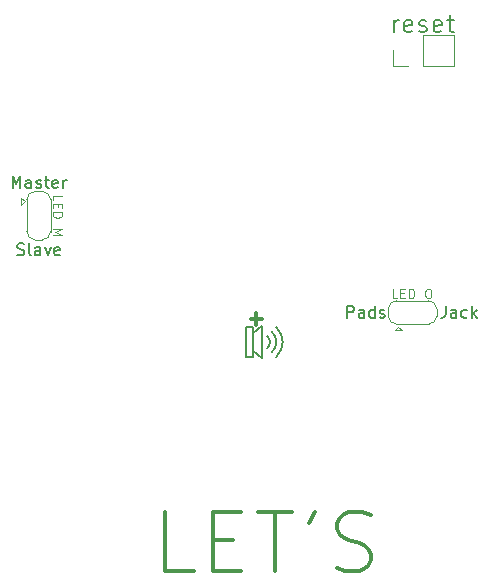
<source format=gto>
G04 #@! TF.GenerationSoftware,KiCad,Pcbnew,(5.0.1-dev-70-gb7b125d83)*
G04 #@! TF.CreationDate,2019-02-27T23:35:55+01:00*
G04 #@! TF.ProjectId,vitamins_included,766974616D696E735F696E636C756465,rev?*
G04 #@! TF.SameCoordinates,Original*
G04 #@! TF.FileFunction,Legend,Top*
G04 #@! TF.FilePolarity,Positive*
%FSLAX46Y46*%
G04 Gerber Fmt 4.6, Leading zero omitted, Abs format (unit mm)*
G04 Created by KiCad (PCBNEW (5.0.1-dev-70-gb7b125d83)) date 02/27/19 23:35:55*
%MOMM*%
%LPD*%
G01*
G04 APERTURE LIST*
%ADD10C,0.150000*%
%ADD11C,0.100000*%
%ADD12C,0.200000*%
%ADD13C,0.300000*%
%ADD14C,0.120000*%
%ADD15C,0.180000*%
G04 APERTURE END LIST*
D10*
X64228571Y-28052380D02*
X64228571Y-27052380D01*
X64609523Y-27052380D01*
X64704761Y-27100000D01*
X64752380Y-27147619D01*
X64800000Y-27242857D01*
X64800000Y-27385714D01*
X64752380Y-27480952D01*
X64704761Y-27528571D01*
X64609523Y-27576190D01*
X64228571Y-27576190D01*
X65657142Y-28052380D02*
X65657142Y-27528571D01*
X65609523Y-27433333D01*
X65514285Y-27385714D01*
X65323809Y-27385714D01*
X65228571Y-27433333D01*
X65657142Y-28004761D02*
X65561904Y-28052380D01*
X65323809Y-28052380D01*
X65228571Y-28004761D01*
X65180952Y-27909523D01*
X65180952Y-27814285D01*
X65228571Y-27719047D01*
X65323809Y-27671428D01*
X65561904Y-27671428D01*
X65657142Y-27623809D01*
X66561904Y-28052380D02*
X66561904Y-27052380D01*
X66561904Y-28004761D02*
X66466666Y-28052380D01*
X66276190Y-28052380D01*
X66180952Y-28004761D01*
X66133333Y-27957142D01*
X66085714Y-27861904D01*
X66085714Y-27576190D01*
X66133333Y-27480952D01*
X66180952Y-27433333D01*
X66276190Y-27385714D01*
X66466666Y-27385714D01*
X66561904Y-27433333D01*
X66990476Y-28004761D02*
X67085714Y-28052380D01*
X67276190Y-28052380D01*
X67371428Y-28004761D01*
X67419047Y-27909523D01*
X67419047Y-27861904D01*
X67371428Y-27766666D01*
X67276190Y-27719047D01*
X67133333Y-27719047D01*
X67038095Y-27671428D01*
X66990476Y-27576190D01*
X66990476Y-27528571D01*
X67038095Y-27433333D01*
X67133333Y-27385714D01*
X67276190Y-27385714D01*
X67371428Y-27433333D01*
X72557142Y-27052380D02*
X72557142Y-27766666D01*
X72509523Y-27909523D01*
X72414285Y-28004761D01*
X72271428Y-28052380D01*
X72176190Y-28052380D01*
X73461904Y-28052380D02*
X73461904Y-27528571D01*
X73414285Y-27433333D01*
X73319047Y-27385714D01*
X73128571Y-27385714D01*
X73033333Y-27433333D01*
X73461904Y-28004761D02*
X73366666Y-28052380D01*
X73128571Y-28052380D01*
X73033333Y-28004761D01*
X72985714Y-27909523D01*
X72985714Y-27814285D01*
X73033333Y-27719047D01*
X73128571Y-27671428D01*
X73366666Y-27671428D01*
X73461904Y-27623809D01*
X74366666Y-28004761D02*
X74271428Y-28052380D01*
X74080952Y-28052380D01*
X73985714Y-28004761D01*
X73938095Y-27957142D01*
X73890476Y-27861904D01*
X73890476Y-27576190D01*
X73938095Y-27480952D01*
X73985714Y-27433333D01*
X74080952Y-27385714D01*
X74271428Y-27385714D01*
X74366666Y-27433333D01*
X74795238Y-28052380D02*
X74795238Y-27052380D01*
X74890476Y-27671428D02*
X75176190Y-28052380D01*
X75176190Y-27385714D02*
X74795238Y-27766666D01*
D11*
X68461904Y-26411904D02*
X68080952Y-26411904D01*
X68080952Y-25611904D01*
X68728571Y-25992857D02*
X68995238Y-25992857D01*
X69109523Y-26411904D02*
X68728571Y-26411904D01*
X68728571Y-25611904D01*
X69109523Y-25611904D01*
X69452380Y-26411904D02*
X69452380Y-25611904D01*
X69642857Y-25611904D01*
X69757142Y-25650000D01*
X69833333Y-25726190D01*
X69871428Y-25802380D01*
X69909523Y-25954761D01*
X69909523Y-26069047D01*
X69871428Y-26221428D01*
X69833333Y-26297619D01*
X69757142Y-26373809D01*
X69642857Y-26411904D01*
X69452380Y-26411904D01*
X71014285Y-25611904D02*
X71166666Y-25611904D01*
X71242857Y-25650000D01*
X71319047Y-25726190D01*
X71357142Y-25878571D01*
X71357142Y-26145238D01*
X71319047Y-26297619D01*
X71242857Y-26373809D01*
X71166666Y-26411904D01*
X71014285Y-26411904D01*
X70938095Y-26373809D01*
X70861904Y-26297619D01*
X70823809Y-26145238D01*
X70823809Y-25878571D01*
X70861904Y-25726190D01*
X70938095Y-25650000D01*
X71014285Y-25611904D01*
X39288095Y-18123809D02*
X39288095Y-17742857D01*
X40088095Y-17742857D01*
X39707142Y-18390476D02*
X39707142Y-18657142D01*
X39288095Y-18771428D02*
X39288095Y-18390476D01*
X40088095Y-18390476D01*
X40088095Y-18771428D01*
X39288095Y-19114285D02*
X40088095Y-19114285D01*
X40088095Y-19304761D01*
X40050000Y-19419047D01*
X39973809Y-19495238D01*
X39897619Y-19533333D01*
X39745238Y-19571428D01*
X39630952Y-19571428D01*
X39478571Y-19533333D01*
X39402380Y-19495238D01*
X39326190Y-19419047D01*
X39288095Y-19304761D01*
X39288095Y-19114285D01*
X39288095Y-20523809D02*
X40088095Y-20523809D01*
X39516666Y-20790476D01*
X40088095Y-21057142D01*
X39288095Y-21057142D01*
D10*
X35885714Y-17052380D02*
X35885714Y-16052380D01*
X36219047Y-16766666D01*
X36552380Y-16052380D01*
X36552380Y-17052380D01*
X37457142Y-17052380D02*
X37457142Y-16528571D01*
X37409523Y-16433333D01*
X37314285Y-16385714D01*
X37123809Y-16385714D01*
X37028571Y-16433333D01*
X37457142Y-17004761D02*
X37361904Y-17052380D01*
X37123809Y-17052380D01*
X37028571Y-17004761D01*
X36980952Y-16909523D01*
X36980952Y-16814285D01*
X37028571Y-16719047D01*
X37123809Y-16671428D01*
X37361904Y-16671428D01*
X37457142Y-16623809D01*
X37885714Y-17004761D02*
X37980952Y-17052380D01*
X38171428Y-17052380D01*
X38266666Y-17004761D01*
X38314285Y-16909523D01*
X38314285Y-16861904D01*
X38266666Y-16766666D01*
X38171428Y-16719047D01*
X38028571Y-16719047D01*
X37933333Y-16671428D01*
X37885714Y-16576190D01*
X37885714Y-16528571D01*
X37933333Y-16433333D01*
X38028571Y-16385714D01*
X38171428Y-16385714D01*
X38266666Y-16433333D01*
X38600000Y-16385714D02*
X38980952Y-16385714D01*
X38742857Y-16052380D02*
X38742857Y-16909523D01*
X38790476Y-17004761D01*
X38885714Y-17052380D01*
X38980952Y-17052380D01*
X39695238Y-17004761D02*
X39600000Y-17052380D01*
X39409523Y-17052380D01*
X39314285Y-17004761D01*
X39266666Y-16909523D01*
X39266666Y-16528571D01*
X39314285Y-16433333D01*
X39409523Y-16385714D01*
X39600000Y-16385714D01*
X39695238Y-16433333D01*
X39742857Y-16528571D01*
X39742857Y-16623809D01*
X39266666Y-16719047D01*
X40171428Y-17052380D02*
X40171428Y-16385714D01*
X40171428Y-16576190D02*
X40219047Y-16480952D01*
X40266666Y-16433333D01*
X40361904Y-16385714D01*
X40457142Y-16385714D01*
X36290476Y-22704761D02*
X36433333Y-22752380D01*
X36671428Y-22752380D01*
X36766666Y-22704761D01*
X36814285Y-22657142D01*
X36861904Y-22561904D01*
X36861904Y-22466666D01*
X36814285Y-22371428D01*
X36766666Y-22323809D01*
X36671428Y-22276190D01*
X36480952Y-22228571D01*
X36385714Y-22180952D01*
X36338095Y-22133333D01*
X36290476Y-22038095D01*
X36290476Y-21942857D01*
X36338095Y-21847619D01*
X36385714Y-21800000D01*
X36480952Y-21752380D01*
X36719047Y-21752380D01*
X36861904Y-21800000D01*
X37433333Y-22752380D02*
X37338095Y-22704761D01*
X37290476Y-22609523D01*
X37290476Y-21752380D01*
X38242857Y-22752380D02*
X38242857Y-22228571D01*
X38195238Y-22133333D01*
X38100000Y-22085714D01*
X37909523Y-22085714D01*
X37814285Y-22133333D01*
X38242857Y-22704761D02*
X38147619Y-22752380D01*
X37909523Y-22752380D01*
X37814285Y-22704761D01*
X37766666Y-22609523D01*
X37766666Y-22514285D01*
X37814285Y-22419047D01*
X37909523Y-22371428D01*
X38147619Y-22371428D01*
X38242857Y-22323809D01*
X38623809Y-22085714D02*
X38861904Y-22752380D01*
X39100000Y-22085714D01*
X39861904Y-22704761D02*
X39766666Y-22752380D01*
X39576190Y-22752380D01*
X39480952Y-22704761D01*
X39433333Y-22609523D01*
X39433333Y-22228571D01*
X39480952Y-22133333D01*
X39576190Y-22085714D01*
X39766666Y-22085714D01*
X39861904Y-22133333D01*
X39909523Y-22228571D01*
X39909523Y-22323809D01*
X39433333Y-22419047D01*
D12*
X55652000Y-28836000D02*
X55652000Y-30106000D01*
X57429646Y-30614264D02*
G75*
G03X57430000Y-29598001I-380646J508264D01*
G01*
X57049000Y-31487128D02*
X57049000Y-30106000D01*
X58192567Y-31375489D02*
G75*
G03X58192000Y-28836000I-1143567J1269489D01*
G01*
X56287000Y-30106000D02*
X56287000Y-28836000D01*
X56287000Y-30106000D02*
X56287000Y-31376000D01*
X56287000Y-29344000D02*
X57049000Y-28709000D01*
X57820464Y-30986799D02*
G75*
G03X57811000Y-29217000I-771464J880799D01*
G01*
X57049000Y-28709000D02*
X57049000Y-30106000D01*
X55652000Y-31376000D02*
X55652000Y-30106000D01*
X56287000Y-28836000D02*
X55652000Y-28836000D01*
X56287000Y-31376000D02*
X55652000Y-31376000D01*
X56287000Y-30852128D02*
X57049000Y-31487128D01*
D13*
X56045761Y-28171642D02*
X57036238Y-28171642D01*
X56541000Y-27676404D02*
X56541000Y-28666880D01*
X51216523Y-49512904D02*
X48835571Y-49512904D01*
X48835571Y-44512904D01*
X52883190Y-46893857D02*
X54549857Y-46893857D01*
X55264142Y-49512904D02*
X52883190Y-49512904D01*
X52883190Y-44512904D01*
X55264142Y-44512904D01*
X56692714Y-44512904D02*
X59549857Y-44512904D01*
X58121285Y-49512904D02*
X58121285Y-44512904D01*
X61454619Y-44512904D02*
X60978428Y-45465285D01*
X63359380Y-49274809D02*
X64073666Y-49512904D01*
X65264142Y-49512904D01*
X65740333Y-49274809D01*
X65978428Y-49036714D01*
X66216523Y-48560523D01*
X66216523Y-48084333D01*
X65978428Y-47608142D01*
X65740333Y-47370047D01*
X65264142Y-47131952D01*
X64311761Y-46893857D01*
X63835571Y-46655761D01*
X63597476Y-46417666D01*
X63359380Y-45941476D01*
X63359380Y-45465285D01*
X63597476Y-44989095D01*
X63835571Y-44751000D01*
X64311761Y-44512904D01*
X65502238Y-44512904D01*
X66216523Y-44751000D01*
D14*
G04 #@! TO.C,J2*
X73270000Y-6730000D02*
X73270000Y-4070000D01*
X70670000Y-6730000D02*
X73270000Y-6730000D01*
X70670000Y-4070000D02*
X73270000Y-4070000D01*
X70670000Y-6730000D02*
X70670000Y-4070000D01*
X69400000Y-6730000D02*
X68070000Y-6730000D01*
X68070000Y-6730000D02*
X68070000Y-5400000D01*
G04 #@! TO.C,JP4*
X38400000Y-17350000D02*
G75*
G02X39100000Y-18050000I0J-700000D01*
G01*
X37100000Y-18050000D02*
G75*
G02X37800000Y-17350000I700000J0D01*
G01*
X37800000Y-21450000D02*
G75*
G02X37100000Y-20750000I0J700000D01*
G01*
X39100000Y-20750000D02*
G75*
G02X38400000Y-21450000I-700000J0D01*
G01*
X39100000Y-18000000D02*
X39100000Y-20800000D01*
X38400000Y-21450000D02*
X37800000Y-21450000D01*
X37100000Y-20800000D02*
X37100000Y-18000000D01*
X37800000Y-17350000D02*
X38400000Y-17350000D01*
X36900000Y-18200000D02*
X36600000Y-17900000D01*
X36600000Y-17900000D02*
X36600000Y-18500000D01*
X36900000Y-18200000D02*
X36600000Y-18500000D01*
G04 #@! TO.C,JP5*
X68550000Y-28800000D02*
X68850000Y-29100000D01*
X68250000Y-29100000D02*
X68850000Y-29100000D01*
X68550000Y-28800000D02*
X68250000Y-29100000D01*
X67700000Y-27900000D02*
X67700000Y-27300000D01*
X71150000Y-28600000D02*
X68350000Y-28600000D01*
X71800000Y-27300000D02*
X71800000Y-27900000D01*
X68350000Y-26600000D02*
X71150000Y-26600000D01*
X71100000Y-26600000D02*
G75*
G02X71800000Y-27300000I0J-700000D01*
G01*
X71800000Y-27900000D02*
G75*
G02X71100000Y-28600000I-700000J0D01*
G01*
X68400000Y-28600000D02*
G75*
G02X67700000Y-27900000I0J700000D01*
G01*
X67700000Y-27300000D02*
G75*
G02X68400000Y-26600000I700000J0D01*
G01*
G04 #@! TO.C,J2*
D15*
X68171428Y-3878571D02*
X68171428Y-2878571D01*
X68171428Y-3164285D02*
X68242857Y-3021428D01*
X68314285Y-2950000D01*
X68457142Y-2878571D01*
X68600000Y-2878571D01*
X69671428Y-3807142D02*
X69528571Y-3878571D01*
X69242857Y-3878571D01*
X69100000Y-3807142D01*
X69028571Y-3664285D01*
X69028571Y-3092857D01*
X69100000Y-2950000D01*
X69242857Y-2878571D01*
X69528571Y-2878571D01*
X69671428Y-2950000D01*
X69742857Y-3092857D01*
X69742857Y-3235714D01*
X69028571Y-3378571D01*
X70314285Y-3807142D02*
X70457142Y-3878571D01*
X70742857Y-3878571D01*
X70885714Y-3807142D01*
X70957142Y-3664285D01*
X70957142Y-3592857D01*
X70885714Y-3450000D01*
X70742857Y-3378571D01*
X70528571Y-3378571D01*
X70385714Y-3307142D01*
X70314285Y-3164285D01*
X70314285Y-3092857D01*
X70385714Y-2950000D01*
X70528571Y-2878571D01*
X70742857Y-2878571D01*
X70885714Y-2950000D01*
X72171428Y-3807142D02*
X72028571Y-3878571D01*
X71742857Y-3878571D01*
X71600000Y-3807142D01*
X71528571Y-3664285D01*
X71528571Y-3092857D01*
X71600000Y-2950000D01*
X71742857Y-2878571D01*
X72028571Y-2878571D01*
X72171428Y-2950000D01*
X72242857Y-3092857D01*
X72242857Y-3235714D01*
X71528571Y-3378571D01*
X72671428Y-2878571D02*
X73242857Y-2878571D01*
X72885714Y-2378571D02*
X72885714Y-3664285D01*
X72957142Y-3807142D01*
X73100000Y-3878571D01*
X73242857Y-3878571D01*
G04 #@! TD*
M02*

</source>
